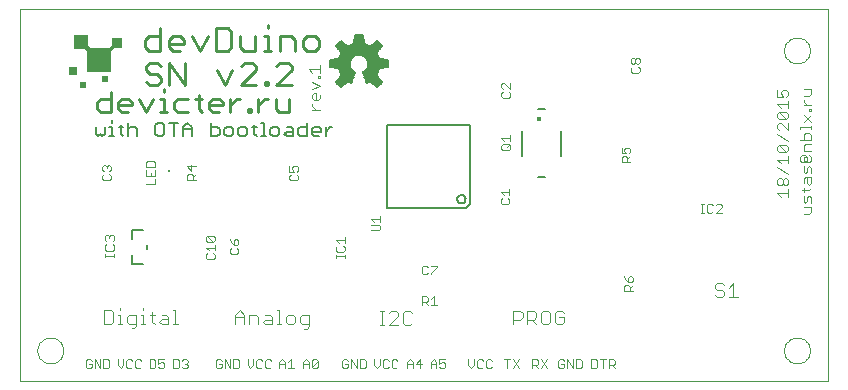
<source format=gto>
G75*
G70*
%OFA0B0*%
%FSLAX24Y24*%
%IPPOS*%
%LPD*%
%AMOC8*
5,1,8,0,0,1.08239X$1,22.5*
%
%ADD10C,0.0000*%
%ADD11C,0.0040*%
%ADD12C,0.0090*%
%ADD13C,0.0100*%
%ADD14C,0.0030*%
%ADD15R,0.0787X0.0787*%
%ADD16R,0.0236X0.0236*%
%ADD17R,0.0315X0.0315*%
%ADD18R,0.0394X0.0394*%
%ADD19C,0.0160*%
%ADD20C,0.0120*%
%ADD21R,0.0276X0.0276*%
%ADD22R,0.0472X0.0472*%
%ADD23R,0.0354X0.0354*%
%ADD24C,0.0050*%
%ADD25C,0.0060*%
%ADD26C,0.0080*%
%ADD27C,0.0143*%
%ADD28R,0.0079X0.0079*%
%ADD29C,0.0059*%
D10*
X001633Y001315D02*
X001633Y013697D01*
X028557Y013697D01*
X028557Y001315D01*
X001633Y001315D01*
X002204Y002322D02*
X002206Y002363D01*
X002212Y002404D01*
X002222Y002444D01*
X002235Y002483D01*
X002252Y002520D01*
X002273Y002556D01*
X002297Y002590D01*
X002324Y002621D01*
X002353Y002649D01*
X002386Y002675D01*
X002420Y002697D01*
X002457Y002716D01*
X002495Y002731D01*
X002535Y002743D01*
X002575Y002751D01*
X002616Y002755D01*
X002658Y002755D01*
X002699Y002751D01*
X002739Y002743D01*
X002779Y002731D01*
X002817Y002716D01*
X002853Y002697D01*
X002888Y002675D01*
X002921Y002649D01*
X002950Y002621D01*
X002977Y002590D01*
X003001Y002556D01*
X003022Y002520D01*
X003039Y002483D01*
X003052Y002444D01*
X003062Y002404D01*
X003068Y002363D01*
X003070Y002322D01*
X003068Y002281D01*
X003062Y002240D01*
X003052Y002200D01*
X003039Y002161D01*
X003022Y002124D01*
X003001Y002088D01*
X002977Y002054D01*
X002950Y002023D01*
X002921Y001995D01*
X002888Y001969D01*
X002854Y001947D01*
X002817Y001928D01*
X002779Y001913D01*
X002739Y001901D01*
X002699Y001893D01*
X002658Y001889D01*
X002616Y001889D01*
X002575Y001893D01*
X002535Y001901D01*
X002495Y001913D01*
X002457Y001928D01*
X002421Y001947D01*
X002386Y001969D01*
X002353Y001995D01*
X002324Y002023D01*
X002297Y002054D01*
X002273Y002088D01*
X002252Y002124D01*
X002235Y002161D01*
X002222Y002200D01*
X002212Y002240D01*
X002206Y002281D01*
X002204Y002322D01*
X027094Y002322D02*
X027096Y002363D01*
X027102Y002404D01*
X027112Y002444D01*
X027125Y002483D01*
X027142Y002520D01*
X027163Y002556D01*
X027187Y002590D01*
X027214Y002621D01*
X027243Y002649D01*
X027276Y002675D01*
X027310Y002697D01*
X027347Y002716D01*
X027385Y002731D01*
X027425Y002743D01*
X027465Y002751D01*
X027506Y002755D01*
X027548Y002755D01*
X027589Y002751D01*
X027629Y002743D01*
X027669Y002731D01*
X027707Y002716D01*
X027743Y002697D01*
X027778Y002675D01*
X027811Y002649D01*
X027840Y002621D01*
X027867Y002590D01*
X027891Y002556D01*
X027912Y002520D01*
X027929Y002483D01*
X027942Y002444D01*
X027952Y002404D01*
X027958Y002363D01*
X027960Y002322D01*
X027958Y002281D01*
X027952Y002240D01*
X027942Y002200D01*
X027929Y002161D01*
X027912Y002124D01*
X027891Y002088D01*
X027867Y002054D01*
X027840Y002023D01*
X027811Y001995D01*
X027778Y001969D01*
X027744Y001947D01*
X027707Y001928D01*
X027669Y001913D01*
X027629Y001901D01*
X027589Y001893D01*
X027548Y001889D01*
X027506Y001889D01*
X027465Y001893D01*
X027425Y001901D01*
X027385Y001913D01*
X027347Y001928D01*
X027311Y001947D01*
X027276Y001969D01*
X027243Y001995D01*
X027214Y002023D01*
X027187Y002054D01*
X027163Y002088D01*
X027142Y002124D01*
X027125Y002161D01*
X027112Y002200D01*
X027102Y002240D01*
X027096Y002281D01*
X027094Y002322D01*
X027094Y012322D02*
X027096Y012363D01*
X027102Y012404D01*
X027112Y012444D01*
X027125Y012483D01*
X027142Y012520D01*
X027163Y012556D01*
X027187Y012590D01*
X027214Y012621D01*
X027243Y012649D01*
X027276Y012675D01*
X027310Y012697D01*
X027347Y012716D01*
X027385Y012731D01*
X027425Y012743D01*
X027465Y012751D01*
X027506Y012755D01*
X027548Y012755D01*
X027589Y012751D01*
X027629Y012743D01*
X027669Y012731D01*
X027707Y012716D01*
X027743Y012697D01*
X027778Y012675D01*
X027811Y012649D01*
X027840Y012621D01*
X027867Y012590D01*
X027891Y012556D01*
X027912Y012520D01*
X027929Y012483D01*
X027942Y012444D01*
X027952Y012404D01*
X027958Y012363D01*
X027960Y012322D01*
X027958Y012281D01*
X027952Y012240D01*
X027942Y012200D01*
X027929Y012161D01*
X027912Y012124D01*
X027891Y012088D01*
X027867Y012054D01*
X027840Y012023D01*
X027811Y011995D01*
X027778Y011969D01*
X027744Y011947D01*
X027707Y011928D01*
X027669Y011913D01*
X027629Y011901D01*
X027589Y011893D01*
X027548Y011889D01*
X027506Y011889D01*
X027465Y011893D01*
X027425Y011901D01*
X027385Y011913D01*
X027347Y011928D01*
X027311Y011947D01*
X027276Y011969D01*
X027243Y011995D01*
X027214Y012023D01*
X027187Y012054D01*
X027163Y012088D01*
X027142Y012124D01*
X027125Y012161D01*
X027112Y012200D01*
X027102Y012240D01*
X027096Y012281D01*
X027094Y012322D01*
D11*
X025408Y004569D02*
X025408Y004109D01*
X025255Y004109D02*
X025562Y004109D01*
X025101Y004185D02*
X025101Y004262D01*
X025025Y004339D01*
X024871Y004339D01*
X024794Y004416D01*
X024794Y004492D01*
X024871Y004569D01*
X025025Y004569D01*
X025101Y004492D01*
X025255Y004416D02*
X025408Y004569D01*
X025101Y004185D02*
X025025Y004109D01*
X024871Y004109D01*
X024794Y004185D01*
X019758Y003578D02*
X019681Y003655D01*
X019528Y003655D01*
X019451Y003578D01*
X019451Y003271D01*
X019528Y003194D01*
X019681Y003194D01*
X019758Y003271D01*
X019758Y003424D01*
X019605Y003424D01*
X019298Y003271D02*
X019298Y003578D01*
X019221Y003655D01*
X019067Y003655D01*
X018991Y003578D01*
X018991Y003271D01*
X019067Y003194D01*
X019221Y003194D01*
X019298Y003271D01*
X018837Y003194D02*
X018684Y003348D01*
X018761Y003348D02*
X018530Y003348D01*
X018530Y003194D02*
X018530Y003655D01*
X018761Y003655D01*
X018837Y003578D01*
X018837Y003424D01*
X018761Y003348D01*
X018377Y003424D02*
X018300Y003348D01*
X018070Y003348D01*
X018070Y003194D02*
X018070Y003655D01*
X018300Y003655D01*
X018377Y003578D01*
X018377Y003424D01*
X014687Y003562D02*
X014611Y003639D01*
X014457Y003639D01*
X014380Y003562D01*
X014380Y003255D01*
X014457Y003179D01*
X014611Y003179D01*
X014687Y003255D01*
X014227Y003179D02*
X013920Y003179D01*
X014227Y003486D01*
X014227Y003562D01*
X014150Y003639D01*
X013997Y003639D01*
X013920Y003562D01*
X013766Y003639D02*
X013613Y003639D01*
X013690Y003639D02*
X013690Y003179D01*
X013766Y003179D02*
X013613Y003179D01*
X011257Y003201D02*
X011027Y003201D01*
X010950Y003278D01*
X010950Y003431D01*
X011027Y003508D01*
X011257Y003508D01*
X011257Y003124D01*
X011180Y003048D01*
X011103Y003048D01*
X010797Y003278D02*
X010720Y003201D01*
X010566Y003201D01*
X010490Y003278D01*
X010490Y003431D01*
X010566Y003508D01*
X010720Y003508D01*
X010797Y003431D01*
X010797Y003278D01*
X010336Y003201D02*
X010183Y003201D01*
X010259Y003201D02*
X010259Y003661D01*
X010183Y003661D01*
X009953Y003508D02*
X010029Y003431D01*
X010029Y003201D01*
X009799Y003201D01*
X009722Y003278D01*
X009799Y003354D01*
X010029Y003354D01*
X009953Y003508D02*
X009799Y003508D01*
X009569Y003431D02*
X009569Y003201D01*
X009262Y003201D02*
X009262Y003508D01*
X009492Y003508D01*
X009569Y003431D01*
X009108Y003431D02*
X008802Y003431D01*
X008802Y003508D02*
X008955Y003661D01*
X009108Y003508D01*
X009108Y003201D01*
X008802Y003201D02*
X008802Y003508D01*
X006881Y003211D02*
X006727Y003211D01*
X006804Y003211D02*
X006804Y003671D01*
X006727Y003671D01*
X006574Y003441D02*
X006574Y003211D01*
X006344Y003211D01*
X006267Y003288D01*
X006344Y003364D01*
X006574Y003364D01*
X006574Y003441D02*
X006497Y003518D01*
X006344Y003518D01*
X006113Y003518D02*
X005960Y003518D01*
X006037Y003595D02*
X006037Y003288D01*
X006113Y003211D01*
X005806Y003211D02*
X005653Y003211D01*
X005730Y003211D02*
X005730Y003518D01*
X005653Y003518D01*
X005500Y003518D02*
X005269Y003518D01*
X005193Y003441D01*
X005193Y003288D01*
X005269Y003211D01*
X005500Y003211D01*
X005500Y003134D02*
X005500Y003518D01*
X005730Y003671D02*
X005730Y003748D01*
X004962Y003748D02*
X004962Y003671D01*
X004962Y003518D02*
X004962Y003211D01*
X004886Y003211D02*
X005039Y003211D01*
X004732Y003288D02*
X004732Y003595D01*
X004655Y003671D01*
X004425Y003671D01*
X004425Y003211D01*
X004655Y003211D01*
X004732Y003288D01*
X004886Y003518D02*
X004962Y003518D01*
X005423Y003058D02*
X005500Y003134D01*
X005423Y003058D02*
X005346Y003058D01*
D12*
X005238Y010271D02*
X005014Y010271D01*
X004902Y010383D01*
X004902Y010606D01*
X005014Y010718D01*
X005238Y010718D01*
X005350Y010606D01*
X005350Y010494D01*
X004902Y010494D01*
X004650Y010718D02*
X004314Y010718D01*
X004203Y010606D01*
X004203Y010383D01*
X004314Y010271D01*
X004650Y010271D01*
X004650Y010941D01*
X005602Y010718D02*
X005826Y010271D01*
X006049Y010718D01*
X006302Y010718D02*
X006414Y010718D01*
X006414Y010271D01*
X006302Y010271D02*
X006526Y010271D01*
X006769Y010383D02*
X006880Y010271D01*
X007216Y010271D01*
X007580Y010383D02*
X007692Y010271D01*
X007580Y010383D02*
X007580Y010830D01*
X007468Y010718D02*
X007692Y010718D01*
X007935Y010606D02*
X008047Y010718D01*
X008270Y010718D01*
X008382Y010606D01*
X008382Y010494D01*
X007935Y010494D01*
X007935Y010383D02*
X007935Y010606D01*
X007935Y010383D02*
X008047Y010271D01*
X008270Y010271D01*
X008635Y010271D02*
X008635Y010718D01*
X008858Y010718D02*
X008635Y010494D01*
X008858Y010718D02*
X008970Y010718D01*
X009218Y010383D02*
X009330Y010383D01*
X009330Y010271D01*
X009218Y010271D01*
X009218Y010383D01*
X009568Y010494D02*
X009791Y010718D01*
X009903Y010718D01*
X010151Y010718D02*
X010151Y010383D01*
X010263Y010271D01*
X010598Y010271D01*
X010598Y010718D01*
X009568Y010718D02*
X009568Y010271D01*
X007216Y010718D02*
X006880Y010718D01*
X006769Y010606D01*
X006769Y010383D01*
X006414Y010941D02*
X006414Y011053D01*
D13*
X006609Y011157D02*
X006609Y011917D01*
X007116Y011157D01*
X007116Y011917D01*
X006965Y012301D02*
X006711Y012301D01*
X006584Y012428D01*
X006584Y012681D01*
X006711Y012808D01*
X006965Y012808D01*
X007091Y012681D01*
X007091Y012554D01*
X006584Y012554D01*
X006300Y012301D02*
X005919Y012301D01*
X005793Y012428D01*
X005793Y012681D01*
X005919Y012808D01*
X006300Y012808D01*
X006300Y013061D02*
X006300Y012301D01*
X006198Y011917D02*
X005944Y011917D01*
X005818Y011791D01*
X005818Y011664D01*
X005944Y011537D01*
X006198Y011537D01*
X006325Y011410D01*
X006325Y011283D01*
X006198Y011157D01*
X005944Y011157D01*
X005818Y011283D01*
X006325Y011791D02*
X006198Y011917D01*
X007376Y012808D02*
X007630Y012301D01*
X007883Y012808D01*
X008168Y013061D02*
X008548Y013061D01*
X008675Y012935D01*
X008675Y012428D01*
X008548Y012301D01*
X008168Y012301D01*
X008168Y013061D01*
X008960Y012808D02*
X008960Y012428D01*
X009087Y012301D01*
X009467Y012301D01*
X009467Y012808D01*
X009752Y012808D02*
X009879Y012808D01*
X009879Y012301D01*
X010005Y012301D02*
X009752Y012301D01*
X010280Y012301D02*
X010280Y012808D01*
X010660Y012808D01*
X010787Y012681D01*
X010787Y012301D01*
X011072Y012428D02*
X011198Y012301D01*
X011452Y012301D01*
X011579Y012428D01*
X011579Y012681D01*
X011452Y012808D01*
X011198Y012808D01*
X011072Y012681D01*
X011072Y012428D01*
X010553Y011917D02*
X010300Y011917D01*
X010173Y011791D01*
X010553Y011917D02*
X010680Y011791D01*
X010680Y011664D01*
X010173Y011157D01*
X010680Y011157D01*
X009904Y011157D02*
X009777Y011157D01*
X009777Y011283D01*
X009904Y011283D01*
X009904Y011157D01*
X009492Y011157D02*
X008985Y011157D01*
X009492Y011664D01*
X009492Y011791D01*
X009365Y011917D01*
X009112Y011917D01*
X008985Y011791D01*
X008700Y011664D02*
X008447Y011157D01*
X008193Y011664D01*
X009879Y013061D02*
X009879Y013188D01*
D14*
X011615Y011828D02*
X011615Y011581D01*
X011615Y011459D02*
X011615Y011397D01*
X011553Y011397D01*
X011553Y011459D01*
X011615Y011459D01*
X011615Y011705D02*
X011245Y011705D01*
X011368Y011581D01*
X011368Y011276D02*
X011615Y011152D01*
X011368Y011029D01*
X011430Y010908D02*
X011492Y010908D01*
X011492Y010661D01*
X011553Y010661D02*
X011430Y010661D01*
X011368Y010722D01*
X011368Y010846D01*
X011430Y010908D01*
X011615Y010846D02*
X011615Y010722D01*
X011553Y010661D01*
X011368Y010539D02*
X011368Y010477D01*
X011492Y010354D01*
X011615Y010354D02*
X011368Y010354D01*
X010847Y008478D02*
X010895Y008429D01*
X010895Y008333D01*
X010847Y008284D01*
X010750Y008284D02*
X010702Y008381D01*
X010702Y008429D01*
X010750Y008478D01*
X010847Y008478D01*
X010750Y008284D02*
X010605Y008284D01*
X010605Y008478D01*
X010654Y008183D02*
X010605Y008135D01*
X010605Y008038D01*
X010654Y007990D01*
X010847Y007990D01*
X010895Y008038D01*
X010895Y008135D01*
X010847Y008183D01*
X013337Y006713D02*
X013628Y006713D01*
X013628Y006616D02*
X013628Y006810D01*
X013434Y006616D02*
X013337Y006713D01*
X013337Y006515D02*
X013579Y006515D01*
X013628Y006467D01*
X013628Y006370D01*
X013579Y006322D01*
X013337Y006322D01*
X012446Y006101D02*
X012446Y005908D01*
X012446Y006004D02*
X012156Y006004D01*
X012253Y005908D01*
X012205Y005807D02*
X012156Y005758D01*
X012156Y005661D01*
X012205Y005613D01*
X012398Y005613D01*
X012446Y005661D01*
X012446Y005758D01*
X012398Y005807D01*
X012446Y005513D02*
X012446Y005417D01*
X012446Y005465D02*
X012156Y005465D01*
X012156Y005417D02*
X012156Y005513D01*
X015024Y005102D02*
X015024Y004909D01*
X015073Y004860D01*
X015170Y004860D01*
X015218Y004909D01*
X015319Y004909D02*
X015513Y005102D01*
X015513Y005151D01*
X015319Y005151D01*
X015218Y005102D02*
X015170Y005151D01*
X015073Y005151D01*
X015024Y005102D01*
X015319Y004909D02*
X015319Y004860D01*
X015416Y004133D02*
X015416Y003843D01*
X015512Y003843D02*
X015319Y003843D01*
X015218Y003843D02*
X015121Y003939D01*
X015169Y003939D02*
X015024Y003939D01*
X015024Y003843D02*
X015024Y004133D01*
X015169Y004133D01*
X015218Y004084D01*
X015218Y003988D01*
X015169Y003939D01*
X015319Y004036D02*
X015416Y004133D01*
X015411Y002027D02*
X015508Y001930D01*
X015508Y001737D01*
X015609Y001785D02*
X015657Y001737D01*
X015754Y001737D01*
X015803Y001785D01*
X015803Y001882D01*
X015754Y001930D01*
X015706Y001930D01*
X015609Y001882D01*
X015609Y002027D01*
X015803Y002027D01*
X015508Y001882D02*
X015314Y001882D01*
X015314Y001930D02*
X015314Y001737D01*
X015015Y001882D02*
X014822Y001882D01*
X014967Y002027D01*
X014967Y001737D01*
X014720Y001737D02*
X014720Y001930D01*
X014624Y002027D01*
X014527Y001930D01*
X014527Y001737D01*
X014527Y001882D02*
X014720Y001882D01*
X014207Y001785D02*
X014159Y001737D01*
X014062Y001737D01*
X014014Y001785D01*
X014014Y001979D01*
X014062Y002027D01*
X014159Y002027D01*
X014207Y001979D01*
X013913Y001979D02*
X013864Y002027D01*
X013768Y002027D01*
X013719Y001979D01*
X013719Y001785D01*
X013768Y001737D01*
X013864Y001737D01*
X013913Y001785D01*
X013618Y001834D02*
X013521Y001737D01*
X013425Y001834D01*
X013425Y002027D01*
X013618Y002027D02*
X013618Y001834D01*
X013144Y001785D02*
X013096Y001737D01*
X012951Y001737D01*
X012951Y002027D01*
X013096Y002027D01*
X013144Y001979D01*
X013144Y001785D01*
X012850Y001737D02*
X012850Y002027D01*
X012656Y002027D02*
X012850Y001737D01*
X012656Y001737D02*
X012656Y002027D01*
X012555Y001979D02*
X012507Y002027D01*
X012410Y002027D01*
X012362Y001979D01*
X012362Y001785D01*
X012410Y001737D01*
X012507Y001737D01*
X012555Y001785D01*
X012555Y001882D01*
X012458Y001882D01*
X011551Y001785D02*
X011502Y001737D01*
X011405Y001737D01*
X011357Y001785D01*
X011551Y001979D01*
X011551Y001785D01*
X011551Y001979D02*
X011502Y002027D01*
X011405Y002027D01*
X011357Y001979D01*
X011357Y001785D01*
X011256Y001737D02*
X011256Y001930D01*
X011159Y002027D01*
X011062Y001930D01*
X011062Y001737D01*
X011062Y001882D02*
X011256Y001882D01*
X010763Y001737D02*
X010570Y001737D01*
X010666Y001737D02*
X010666Y002027D01*
X010570Y001930D01*
X010469Y001930D02*
X010469Y001737D01*
X010469Y001882D02*
X010275Y001882D01*
X010275Y001930D02*
X010275Y001737D01*
X009995Y001785D02*
X009946Y001737D01*
X009850Y001737D01*
X009801Y001785D01*
X009801Y001979D01*
X009850Y002027D01*
X009946Y002027D01*
X009995Y001979D01*
X010275Y001930D02*
X010372Y002027D01*
X010469Y001930D01*
X009700Y001979D02*
X009652Y002027D01*
X009555Y002027D01*
X009507Y001979D01*
X009507Y001785D01*
X009555Y001737D01*
X009652Y001737D01*
X009700Y001785D01*
X009406Y001834D02*
X009406Y002027D01*
X009406Y001834D02*
X009309Y001737D01*
X009212Y001834D01*
X009212Y002027D01*
X008932Y001979D02*
X008932Y001785D01*
X008883Y001737D01*
X008738Y001737D01*
X008738Y002027D01*
X008883Y002027D01*
X008932Y001979D01*
X008637Y002027D02*
X008637Y001737D01*
X008444Y002027D01*
X008444Y001737D01*
X008343Y001785D02*
X008294Y001737D01*
X008197Y001737D01*
X008149Y001785D01*
X008149Y001979D01*
X008197Y002027D01*
X008294Y002027D01*
X008343Y001979D01*
X008343Y001882D02*
X008246Y001882D01*
X008343Y001882D02*
X008343Y001785D01*
X007220Y001785D02*
X007171Y001737D01*
X007075Y001737D01*
X007026Y001785D01*
X006925Y001785D02*
X006925Y001979D01*
X006877Y002027D01*
X006732Y002027D01*
X006732Y001737D01*
X006877Y001737D01*
X006925Y001785D01*
X007026Y001979D02*
X007075Y002027D01*
X007171Y002027D01*
X007220Y001979D01*
X007220Y001930D01*
X007171Y001882D01*
X007220Y001834D01*
X007220Y001785D01*
X007171Y001882D02*
X007123Y001882D01*
X006432Y001882D02*
X006432Y001785D01*
X006384Y001737D01*
X006287Y001737D01*
X006239Y001785D01*
X006239Y001882D02*
X006336Y001930D01*
X006384Y001930D01*
X006432Y001882D01*
X006432Y002027D02*
X006239Y002027D01*
X006239Y001882D01*
X006138Y001785D02*
X006089Y001737D01*
X005944Y001737D01*
X005944Y002027D01*
X006089Y002027D01*
X006138Y001979D01*
X006138Y001785D01*
X005664Y001785D02*
X005616Y001737D01*
X005519Y001737D01*
X005471Y001785D01*
X005471Y001979D01*
X005519Y002027D01*
X005616Y002027D01*
X005664Y001979D01*
X005369Y001979D02*
X005321Y002027D01*
X005224Y002027D01*
X005176Y001979D01*
X005176Y001785D01*
X005224Y001737D01*
X005321Y001737D01*
X005369Y001785D01*
X005075Y001834D02*
X005075Y002027D01*
X005075Y001834D02*
X004978Y001737D01*
X004881Y001834D01*
X004881Y002027D01*
X004601Y001979D02*
X004601Y001785D01*
X004553Y001737D01*
X004408Y001737D01*
X004408Y002027D01*
X004553Y002027D01*
X004601Y001979D01*
X004306Y002027D02*
X004306Y001737D01*
X004113Y002027D01*
X004113Y001737D01*
X004012Y001785D02*
X004012Y001882D01*
X003915Y001882D01*
X003818Y001979D02*
X003818Y001785D01*
X003867Y001737D01*
X003963Y001737D01*
X004012Y001785D01*
X004012Y001979D02*
X003963Y002027D01*
X003867Y002027D01*
X003818Y001979D01*
X004449Y005429D02*
X004449Y005536D01*
X004449Y005483D02*
X004769Y005483D01*
X004769Y005536D02*
X004769Y005429D01*
X004716Y005644D02*
X004502Y005644D01*
X004449Y005697D01*
X004449Y005804D01*
X004502Y005858D01*
X004502Y005966D02*
X004449Y006020D01*
X004449Y006127D01*
X004502Y006180D01*
X004556Y006180D01*
X004609Y006127D01*
X004663Y006180D01*
X004716Y006180D01*
X004769Y006127D01*
X004769Y006020D01*
X004716Y005966D01*
X004716Y005858D02*
X004769Y005804D01*
X004769Y005697D01*
X004716Y005644D01*
X004609Y006073D02*
X004609Y006127D01*
X007821Y006097D02*
X007821Y006000D01*
X007869Y005952D01*
X008063Y005952D01*
X007869Y006145D01*
X008063Y006145D01*
X008111Y006097D01*
X008111Y006000D01*
X008063Y005952D01*
X008111Y005850D02*
X008111Y005657D01*
X008111Y005754D02*
X007821Y005754D01*
X007917Y005657D01*
X007869Y005556D02*
X007821Y005507D01*
X007821Y005411D01*
X007869Y005362D01*
X008063Y005362D01*
X008111Y005411D01*
X008111Y005507D01*
X008063Y005556D01*
X008613Y005590D02*
X008662Y005542D01*
X008855Y005542D01*
X008903Y005590D01*
X008903Y005687D01*
X008855Y005736D01*
X008855Y005837D02*
X008903Y005885D01*
X008903Y005982D01*
X008855Y006030D01*
X008807Y006030D01*
X008758Y005982D01*
X008758Y005837D01*
X008855Y005837D01*
X008758Y005837D02*
X008662Y005934D01*
X008613Y006030D01*
X008662Y005736D02*
X008613Y005687D01*
X008613Y005590D01*
X007869Y006145D02*
X007821Y006097D01*
X006124Y007856D02*
X005833Y007856D01*
X006124Y007856D02*
X006124Y008049D01*
X006124Y008151D02*
X005833Y008151D01*
X005833Y008344D01*
X005833Y008445D02*
X005833Y008590D01*
X005882Y008639D01*
X006075Y008639D01*
X006124Y008590D01*
X006124Y008445D01*
X005833Y008445D01*
X005978Y008247D02*
X005978Y008151D01*
X006124Y008151D02*
X006124Y008344D01*
X007195Y008457D02*
X007340Y008312D01*
X007340Y008506D01*
X007195Y008457D02*
X007486Y008457D01*
X007486Y008211D02*
X007389Y008114D01*
X007389Y008163D02*
X007389Y008018D01*
X007486Y008018D02*
X007195Y008018D01*
X007195Y008163D01*
X007244Y008211D01*
X007340Y008211D01*
X007389Y008163D01*
X004657Y008151D02*
X004657Y008054D01*
X004609Y008006D01*
X004415Y008006D01*
X004367Y008054D01*
X004367Y008151D01*
X004415Y008200D01*
X004415Y008301D02*
X004367Y008349D01*
X004367Y008446D01*
X004415Y008494D01*
X004464Y008494D01*
X004512Y008446D01*
X004560Y008494D01*
X004609Y008494D01*
X004657Y008446D01*
X004657Y008349D01*
X004609Y008301D01*
X004609Y008200D02*
X004657Y008151D01*
X004512Y008397D02*
X004512Y008446D01*
X015314Y001930D02*
X015411Y002027D01*
X016574Y002027D02*
X016574Y001834D01*
X016671Y001737D01*
X016768Y001834D01*
X016768Y002027D01*
X016869Y001979D02*
X016869Y001785D01*
X016917Y001737D01*
X017014Y001737D01*
X017062Y001785D01*
X017164Y001785D02*
X017212Y001737D01*
X017309Y001737D01*
X017357Y001785D01*
X017164Y001785D02*
X017164Y001979D01*
X017212Y002027D01*
X017309Y002027D01*
X017357Y001979D01*
X017062Y001979D02*
X017014Y002027D01*
X016917Y002027D01*
X016869Y001979D01*
X017755Y002027D02*
X017949Y002027D01*
X017852Y002027D02*
X017852Y001737D01*
X018050Y001737D02*
X018243Y002027D01*
X018050Y002027D02*
X018243Y001737D01*
X018700Y001737D02*
X018700Y002027D01*
X018845Y002027D01*
X018894Y001979D01*
X018894Y001882D01*
X018845Y001834D01*
X018700Y001834D01*
X018797Y001834D02*
X018894Y001737D01*
X018995Y001737D02*
X019188Y002027D01*
X018995Y002027D02*
X019188Y001737D01*
X019566Y001785D02*
X019615Y001737D01*
X019711Y001737D01*
X019760Y001785D01*
X019760Y001882D01*
X019663Y001882D01*
X019566Y001979D02*
X019566Y001785D01*
X019566Y001979D02*
X019615Y002027D01*
X019711Y002027D01*
X019760Y001979D01*
X019861Y002027D02*
X020055Y001737D01*
X020055Y002027D01*
X020156Y002027D02*
X020301Y002027D01*
X020349Y001979D01*
X020349Y001785D01*
X020301Y001737D01*
X020156Y001737D01*
X020156Y002027D01*
X019861Y002027D02*
X019861Y001737D01*
X020669Y001737D02*
X020814Y001737D01*
X020862Y001785D01*
X020862Y001979D01*
X020814Y002027D01*
X020669Y002027D01*
X020669Y001737D01*
X021060Y001737D02*
X021060Y002027D01*
X020963Y002027D02*
X021157Y002027D01*
X021258Y002027D02*
X021403Y002027D01*
X021452Y001979D01*
X021452Y001882D01*
X021403Y001834D01*
X021258Y001834D01*
X021355Y001834D02*
X021452Y001737D01*
X021258Y001737D02*
X021258Y002027D01*
X021758Y004305D02*
X021758Y004450D01*
X021806Y004498D01*
X021903Y004498D01*
X021951Y004450D01*
X021951Y004305D01*
X021951Y004401D02*
X022048Y004498D01*
X022000Y004599D02*
X022048Y004648D01*
X022048Y004744D01*
X022000Y004793D01*
X021951Y004793D01*
X021903Y004744D01*
X021903Y004599D01*
X022000Y004599D01*
X021903Y004599D02*
X021806Y004696D01*
X021758Y004793D01*
X021758Y004305D02*
X022048Y004305D01*
X024327Y006914D02*
X024424Y006914D01*
X024375Y006914D02*
X024375Y007205D01*
X024327Y007205D02*
X024424Y007205D01*
X024523Y007156D02*
X024572Y007205D01*
X024668Y007205D01*
X024717Y007156D01*
X024818Y007156D02*
X024866Y007205D01*
X024963Y007205D01*
X025011Y007156D01*
X025011Y007108D01*
X024818Y006914D01*
X025011Y006914D01*
X024717Y006963D02*
X024668Y006914D01*
X024572Y006914D01*
X024523Y006963D01*
X024523Y007156D01*
X026866Y007579D02*
X026990Y007455D01*
X026866Y007579D02*
X027236Y007579D01*
X027236Y007702D02*
X027236Y007455D01*
X027682Y007670D02*
X027929Y007670D01*
X027991Y007732D01*
X027929Y007854D02*
X027867Y007916D01*
X027867Y008101D01*
X027806Y008101D02*
X027991Y008101D01*
X027991Y007916D01*
X027929Y007854D01*
X027744Y007916D02*
X027744Y008039D01*
X027806Y008101D01*
X027806Y008222D02*
X027744Y008284D01*
X027744Y008469D01*
X027682Y008591D02*
X027620Y008652D01*
X027620Y008776D01*
X027682Y008838D01*
X027806Y008838D01*
X027867Y008776D01*
X027744Y008776D01*
X027744Y008652D01*
X027867Y008652D01*
X027867Y008776D01*
X027929Y008838D02*
X027991Y008776D01*
X027991Y008652D01*
X027929Y008591D01*
X027682Y008591D01*
X027867Y008408D02*
X027867Y008284D01*
X027806Y008222D01*
X027991Y008222D02*
X027991Y008408D01*
X027929Y008469D01*
X027867Y008408D01*
X027236Y008560D02*
X027236Y008807D01*
X027236Y008684D02*
X026866Y008684D01*
X026990Y008560D01*
X026866Y008439D02*
X027236Y008192D01*
X027175Y008071D02*
X027236Y008009D01*
X027236Y007885D01*
X027175Y007824D01*
X027113Y007824D01*
X027051Y007885D01*
X027051Y008009D01*
X027113Y008071D01*
X027175Y008071D01*
X027051Y008009D02*
X026990Y008071D01*
X026928Y008071D01*
X026866Y008009D01*
X026866Y007885D01*
X026928Y007824D01*
X026990Y007824D01*
X027051Y007885D01*
X027744Y007732D02*
X027744Y007609D01*
X027744Y007487D02*
X027744Y007302D01*
X027806Y007240D01*
X027867Y007302D01*
X027867Y007425D01*
X027929Y007487D01*
X027991Y007425D01*
X027991Y007240D01*
X027991Y007119D02*
X027744Y007119D01*
X027991Y007119D02*
X027991Y006934D01*
X027929Y006872D01*
X027744Y006872D01*
X027744Y008959D02*
X027744Y009144D01*
X027806Y009206D01*
X027991Y009206D01*
X027991Y009327D02*
X027620Y009327D01*
X027744Y009327D02*
X027744Y009513D01*
X027806Y009574D01*
X027929Y009574D01*
X027991Y009513D01*
X027991Y009327D01*
X027991Y009696D02*
X027991Y009819D01*
X027991Y009757D02*
X027620Y009757D01*
X027620Y009696D01*
X027744Y009941D02*
X027991Y010188D01*
X027991Y010310D02*
X027991Y010371D01*
X027929Y010371D01*
X027929Y010310D01*
X027991Y010310D01*
X027991Y010494D02*
X027744Y010494D01*
X027867Y010494D02*
X027744Y010617D01*
X027744Y010679D01*
X027744Y010801D02*
X027929Y010801D01*
X027991Y010862D01*
X027991Y011048D01*
X027744Y011048D01*
X027236Y010955D02*
X027236Y010832D01*
X027175Y010770D01*
X027051Y010770D02*
X026990Y010894D01*
X026990Y010955D01*
X027051Y011017D01*
X027175Y011017D01*
X027236Y010955D01*
X027051Y010770D02*
X026866Y010770D01*
X026866Y011017D01*
X027236Y010649D02*
X027236Y010402D01*
X027236Y010525D02*
X026866Y010525D01*
X026990Y010402D01*
X026928Y010280D02*
X027175Y010034D01*
X027236Y010095D01*
X027236Y010219D01*
X027175Y010280D01*
X026928Y010280D01*
X026866Y010219D01*
X026866Y010095D01*
X026928Y010034D01*
X027175Y010034D01*
X027236Y009912D02*
X027236Y009665D01*
X026990Y009912D01*
X026928Y009912D01*
X026866Y009850D01*
X026866Y009727D01*
X026928Y009665D01*
X026866Y009544D02*
X027236Y009297D01*
X027175Y009176D02*
X026928Y009176D01*
X027175Y008929D01*
X027236Y008990D01*
X027236Y009114D01*
X027175Y009176D01*
X026928Y009176D02*
X026866Y009114D01*
X026866Y008990D01*
X026928Y008929D01*
X027175Y008929D01*
X027744Y008959D02*
X027991Y008959D01*
X027991Y009941D02*
X027744Y010188D01*
X022280Y011632D02*
X022232Y011584D01*
X022039Y011584D01*
X021990Y011632D01*
X021990Y011729D01*
X022039Y011777D01*
X022039Y011879D02*
X022087Y011879D01*
X022135Y011927D01*
X022135Y012024D01*
X022184Y012072D01*
X022232Y012072D01*
X022280Y012024D01*
X022280Y011927D01*
X022232Y011879D01*
X022184Y011879D01*
X022135Y011927D01*
X022135Y012024D02*
X022087Y012072D01*
X022039Y012072D01*
X021990Y012024D01*
X021990Y011927D01*
X022039Y011879D01*
X022232Y011777D02*
X022280Y011729D01*
X022280Y011632D01*
X017962Y011243D02*
X017962Y011049D01*
X017769Y011243D01*
X017720Y011243D01*
X017672Y011194D01*
X017672Y011098D01*
X017720Y011049D01*
X017720Y010948D02*
X017672Y010900D01*
X017672Y010803D01*
X017720Y010755D01*
X017914Y010755D01*
X017962Y010803D01*
X017962Y010900D01*
X017914Y010948D01*
X017959Y009492D02*
X017959Y009299D01*
X017959Y009395D02*
X017668Y009395D01*
X017765Y009299D01*
X017717Y009198D02*
X017910Y009198D01*
X017959Y009149D01*
X017959Y009052D01*
X017910Y009004D01*
X017717Y009004D01*
X017668Y009052D01*
X017668Y009149D01*
X017717Y009198D01*
X017862Y009101D02*
X017959Y009198D01*
X017937Y007694D02*
X017937Y007501D01*
X017937Y007598D02*
X017647Y007598D01*
X017744Y007501D01*
X017695Y007400D02*
X017647Y007351D01*
X017647Y007255D01*
X017695Y007206D01*
X017889Y007206D01*
X017937Y007255D01*
X017937Y007351D01*
X017889Y007400D01*
X021679Y008596D02*
X021679Y008741D01*
X021727Y008789D01*
X021824Y008789D01*
X021873Y008741D01*
X021873Y008596D01*
X021969Y008596D02*
X021679Y008596D01*
X021873Y008693D02*
X021969Y008789D01*
X021921Y008891D02*
X021969Y008939D01*
X021969Y009036D01*
X021921Y009084D01*
X021824Y009084D01*
X021776Y009036D01*
X021776Y008987D01*
X021824Y008891D01*
X021679Y008891D01*
X021679Y009084D01*
D15*
X004274Y011991D03*
D16*
X004471Y011361D03*
X003723Y011164D03*
D17*
X003408Y011637D03*
D18*
X003645Y012621D03*
D19*
X003684Y012582D02*
X004078Y012188D01*
D20*
X004471Y012188D02*
X004865Y012582D01*
D21*
X004845Y012562D03*
D22*
X003645Y012621D03*
D23*
X004845Y012562D03*
D24*
X004679Y009989D02*
X004679Y009914D01*
X004679Y009764D02*
X004679Y009463D01*
X004604Y009463D02*
X004754Y009463D01*
X004986Y009539D02*
X005061Y009463D01*
X004986Y009539D02*
X004986Y009839D01*
X004911Y009764D02*
X005061Y009764D01*
X005218Y009689D02*
X005293Y009764D01*
X005443Y009764D01*
X005518Y009689D01*
X005518Y009463D01*
X005218Y009463D02*
X005218Y009914D01*
X004679Y009764D02*
X004604Y009764D01*
X004444Y009764D02*
X004444Y009539D01*
X004368Y009463D01*
X004293Y009539D01*
X004218Y009463D01*
X004143Y009539D01*
X004143Y009764D01*
X006138Y009839D02*
X006138Y009539D01*
X006213Y009463D01*
X006364Y009463D01*
X006439Y009539D01*
X006439Y009839D01*
X006364Y009914D01*
X006213Y009914D01*
X006138Y009839D01*
X006599Y009914D02*
X006899Y009914D01*
X006749Y009914D02*
X006749Y009463D01*
X007059Y009463D02*
X007059Y009764D01*
X007209Y009914D01*
X007359Y009764D01*
X007359Y009463D01*
X007359Y009689D02*
X007059Y009689D01*
X007980Y009764D02*
X008205Y009764D01*
X008280Y009689D01*
X008280Y009539D01*
X008205Y009463D01*
X007980Y009463D01*
X007980Y009914D01*
X008440Y009689D02*
X008515Y009764D01*
X008665Y009764D01*
X008741Y009689D01*
X008741Y009539D01*
X008665Y009463D01*
X008515Y009463D01*
X008440Y009539D01*
X008440Y009689D01*
X008901Y009689D02*
X008901Y009539D01*
X008976Y009463D01*
X009126Y009463D01*
X009201Y009539D01*
X009201Y009689D01*
X009126Y009764D01*
X008976Y009764D01*
X008901Y009689D01*
X009361Y009764D02*
X009511Y009764D01*
X009436Y009839D02*
X009436Y009539D01*
X009511Y009463D01*
X009668Y009463D02*
X009818Y009463D01*
X009743Y009463D02*
X009743Y009914D01*
X009668Y009914D01*
X009975Y009689D02*
X009975Y009539D01*
X010050Y009463D01*
X010200Y009463D01*
X010275Y009539D01*
X010275Y009689D01*
X010200Y009764D01*
X010050Y009764D01*
X009975Y009689D01*
X010435Y009539D02*
X010510Y009614D01*
X010736Y009614D01*
X010736Y009689D02*
X010736Y009463D01*
X010510Y009463D01*
X010435Y009539D01*
X010661Y009764D02*
X010736Y009689D01*
X010661Y009764D02*
X010510Y009764D01*
X010896Y009689D02*
X010896Y009539D01*
X010971Y009463D01*
X011196Y009463D01*
X011196Y009914D01*
X011196Y009764D02*
X010971Y009764D01*
X010896Y009689D01*
X011356Y009689D02*
X011356Y009539D01*
X011431Y009463D01*
X011581Y009463D01*
X011656Y009614D02*
X011356Y009614D01*
X011356Y009689D02*
X011431Y009764D01*
X011581Y009764D01*
X011656Y009689D01*
X011656Y009614D01*
X011816Y009614D02*
X011967Y009764D01*
X012042Y009764D01*
X011816Y009764D02*
X011816Y009463D01*
X005713Y006346D02*
X005363Y006346D01*
X005363Y006046D01*
X005863Y005846D02*
X005863Y005696D01*
X005363Y005496D02*
X005363Y005196D01*
X005713Y005196D01*
D25*
X013876Y007069D02*
X016497Y007069D01*
X016636Y007208D01*
X016636Y009828D01*
X013876Y009828D01*
X013876Y007069D01*
X016195Y007369D02*
X016197Y007392D01*
X016203Y007415D01*
X016212Y007436D01*
X016225Y007456D01*
X016241Y007473D01*
X016259Y007487D01*
X016279Y007498D01*
X016301Y007506D01*
X016324Y007510D01*
X016348Y007510D01*
X016371Y007506D01*
X016393Y007498D01*
X016413Y007487D01*
X016431Y007473D01*
X016447Y007456D01*
X016460Y007436D01*
X016469Y007415D01*
X016475Y007392D01*
X016477Y007369D01*
X016475Y007346D01*
X016469Y007323D01*
X016460Y007302D01*
X016447Y007282D01*
X016431Y007265D01*
X016413Y007251D01*
X016393Y007240D01*
X016371Y007232D01*
X016348Y007228D01*
X016324Y007228D01*
X016301Y007232D01*
X016279Y007240D01*
X016259Y007251D01*
X016241Y007265D01*
X016225Y007282D01*
X016212Y007302D01*
X016203Y007323D01*
X016197Y007346D01*
X016195Y007369D01*
D26*
X018877Y008089D02*
X019113Y008089D01*
X019645Y008818D02*
X019645Y009645D01*
X018346Y009645D02*
X018346Y008818D01*
X018877Y010373D02*
X019113Y010373D01*
D27*
X018916Y010038D03*
D28*
X006589Y008290D03*
D29*
X012150Y011271D02*
X012320Y011101D01*
X012567Y011303D01*
X012667Y011252D01*
X012808Y011593D01*
X012755Y011621D01*
X012708Y011659D01*
X012670Y011706D01*
X012641Y011759D01*
X012624Y011817D01*
X012618Y011877D01*
X012625Y011940D01*
X012644Y012000D01*
X012675Y012055D01*
X012716Y012102D01*
X012767Y012140D01*
X012824Y012167D01*
X012886Y012182D01*
X012949Y012184D01*
X013011Y012172D01*
X013069Y012149D01*
X013122Y012114D01*
X013166Y012069D01*
X013200Y012015D01*
X013223Y011956D01*
X013233Y011894D01*
X013230Y011831D01*
X013214Y011770D01*
X013186Y011713D01*
X013147Y011663D01*
X013099Y011623D01*
X013043Y011593D01*
X013185Y011252D01*
X013284Y011303D01*
X013532Y011101D01*
X013701Y011271D01*
X013500Y011518D01*
X013551Y011618D01*
X013585Y011725D01*
X013903Y011757D01*
X013903Y011997D01*
X013585Y012029D01*
X013551Y012136D01*
X013500Y012235D01*
X013701Y012483D01*
X013532Y012652D01*
X013284Y012451D01*
X013185Y012502D01*
X013078Y012536D01*
X013046Y012854D01*
X012806Y012854D01*
X012773Y012536D01*
X012667Y012502D01*
X012567Y012451D01*
X012320Y012652D01*
X012150Y012483D01*
X012352Y012235D01*
X012300Y012136D01*
X012266Y012029D01*
X011949Y011997D01*
X011949Y011757D01*
X012266Y011725D01*
X012300Y011618D01*
X012352Y011518D01*
X012150Y011271D01*
X012157Y011279D02*
X012537Y011279D01*
X012614Y011279D02*
X012678Y011279D01*
X012702Y011336D02*
X012203Y011336D01*
X012250Y011394D02*
X012726Y011394D01*
X012749Y011451D02*
X012297Y011451D01*
X012344Y011509D02*
X012773Y011509D01*
X012797Y011567D02*
X012327Y011567D01*
X012299Y011624D02*
X012751Y011624D01*
X012690Y011682D02*
X012280Y011682D01*
X012122Y011739D02*
X012652Y011739D01*
X012630Y011797D02*
X011949Y011797D01*
X011949Y011854D02*
X012620Y011854D01*
X012622Y011912D02*
X011949Y011912D01*
X011949Y011969D02*
X012634Y011969D01*
X012659Y012027D02*
X012246Y012027D01*
X012284Y012085D02*
X012701Y012085D01*
X012771Y012142D02*
X012304Y012142D01*
X012333Y012200D02*
X013518Y012200D01*
X013517Y012257D02*
X012334Y012257D01*
X012287Y012315D02*
X013564Y012315D01*
X013611Y012372D02*
X012240Y012372D01*
X012193Y012430D02*
X013658Y012430D01*
X013697Y012487D02*
X013329Y012487D01*
X013400Y012545D02*
X013639Y012545D01*
X013582Y012603D02*
X013471Y012603D01*
X013213Y012487D02*
X012638Y012487D01*
X012522Y012487D02*
X012155Y012487D01*
X012212Y012545D02*
X012451Y012545D01*
X012381Y012603D02*
X012270Y012603D01*
X012774Y012545D02*
X013077Y012545D01*
X013071Y012603D02*
X012780Y012603D01*
X012786Y012660D02*
X013065Y012660D01*
X013059Y012718D02*
X012792Y012718D01*
X012798Y012775D02*
X013054Y012775D01*
X013048Y012833D02*
X012804Y012833D01*
X013079Y012142D02*
X013548Y012142D01*
X013567Y012085D02*
X013150Y012085D01*
X013193Y012027D02*
X013605Y012027D01*
X013903Y011969D02*
X013218Y011969D01*
X013230Y011912D02*
X013903Y011912D01*
X013903Y011854D02*
X013231Y011854D01*
X013221Y011797D02*
X013903Y011797D01*
X013729Y011739D02*
X013199Y011739D01*
X013161Y011682D02*
X013571Y011682D01*
X013553Y011624D02*
X013101Y011624D01*
X013054Y011567D02*
X013524Y011567D01*
X013507Y011509D02*
X013078Y011509D01*
X013102Y011451D02*
X013554Y011451D01*
X013601Y011394D02*
X013126Y011394D01*
X013150Y011336D02*
X013648Y011336D01*
X013695Y011279D02*
X013314Y011279D01*
X013237Y011279D02*
X013173Y011279D01*
X013384Y011221D02*
X013652Y011221D01*
X013594Y011164D02*
X013455Y011164D01*
X013526Y011106D02*
X013537Y011106D01*
X012467Y011221D02*
X012200Y011221D01*
X012257Y011164D02*
X012396Y011164D01*
X012326Y011106D02*
X012315Y011106D01*
M02*

</source>
